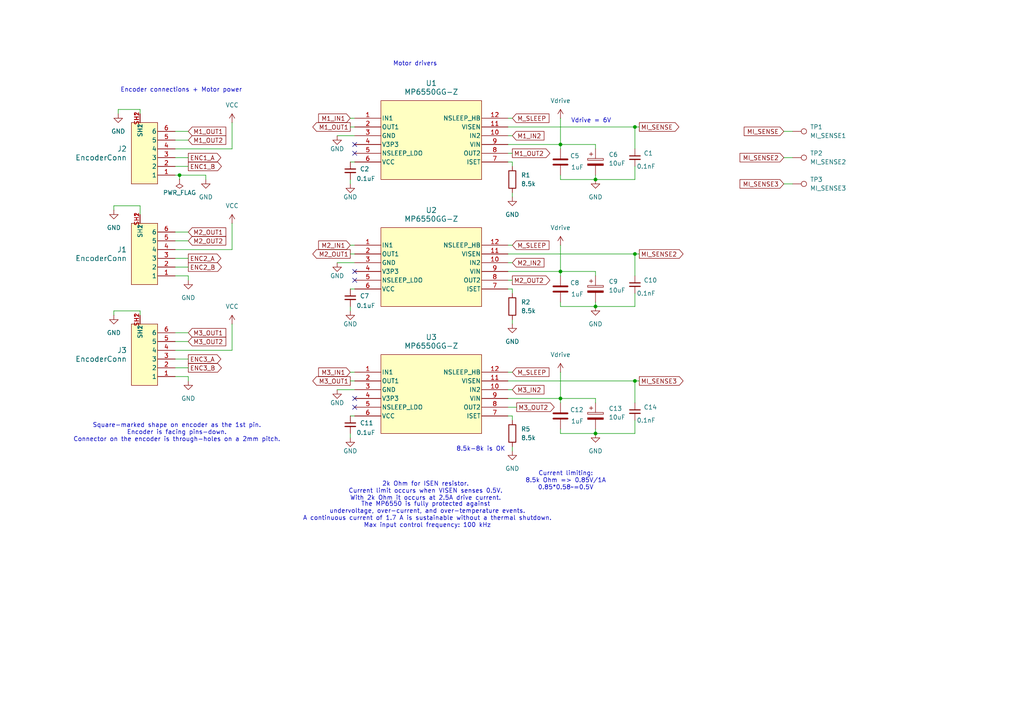
<source format=kicad_sch>
(kicad_sch (version 20231120) (generator "eeschema") (generator_version "8.0")
  (paper "A4")
  (lib_symbols
    (symbol "Connector:TestPoint" (pin_numbers hide) (pin_names (offset 0.762) hide)
      (property "Reference" "TP" (at 0 6.858 0))
      (property "Value" "TestPoint" (at 0 5.08 0))
      (symbol "TestPoint_0_1"
        (circle (center 0 3.302) (radius 0.762))
      )
      (symbol "TestPoint_1_1"
        (pin passive line (at 0 0 90) (length 2.54) (name "1") (number "1"))
      )
    )
    (symbol "Device:C" (pin_numbers hide) (pin_names (offset 0.254))
      (property "Reference" "C" (at 0.635 2.54 0))
      (property "Value" "C" (at 0.635 -2.54 0))
      (symbol "C_0_1"
        (polyline (pts (xy -2.032 -0.762) (xy 2.032 -0.762)) (stroke (width 0.508)))
        (polyline (pts (xy -2.032 0.762) (xy 2.032 0.762)) (stroke (width 0.508)))
      )
      (symbol "C_1_1"
        (pin passive line (at 0 3.81 270) (length 2.794) (name "~") (number "1"))
        (pin passive line (at 0 -3.81 90) (length 2.794) (name "~") (number "2"))
      )
    )
    (symbol "Device:C_Polarized" (pin_numbers hide) (pin_names (offset 0.254))
      (property "Reference" "C" (at 0.635 2.54 0))
      (property "Value" "C_Polarized" (at 0.635 -2.54 0))
      (symbol "C_Polarized_0_1"
        (rectangle (start -2.286 0.508) (end 2.286 1.016))
        (polyline (pts (xy -1.778 2.286) (xy -0.762 2.286)))
        (polyline (pts (xy -1.27 2.794) (xy -1.27 1.778)))
        (rectangle (start 2.286 -0.508) (end -2.286 -1.016) (fill (type outline)))
      )
      (symbol "C_Polarized_1_1"
        (pin passive line (at 0 3.81 270) (length 2.794) (name "~") (number "1"))
        (pin passive line (at 0 -3.81 90) (length 2.794) (name "~") (number "2"))
      )
    )
    (symbol "Device:C_Small" (pin_numbers hide) (pin_names (offset 0.254) hide)
      (property "Reference" "C" (at 0.254 1.778 0))
      (property "Value" "C_Small" (at 0.254 -2.032 0))
      (symbol "C_Small_0_1"
        (polyline (pts (xy -1.524 -0.508) (xy 1.524 -0.508)) (stroke (width 0.3302)))
        (polyline (pts (xy -1.524 0.508) (xy 1.524 0.508)) (stroke (width 0.3048)))
      )
      (symbol "C_Small_1_1"
        (pin passive line (at 0 2.54 270) (length 2.032) (name "~") (number "1"))
        (pin passive line (at 0 -2.54 90) (length 2.032) (name "~") (number "2"))
      )
    )
    (symbol "Device:R" (pin_numbers hide) (pin_names (offset 0))
      (property "Reference" "R" (at 2.032 0 90))
      (property "Value" "R" (at 0 0 90))
      (symbol "R_0_1"
        (rectangle (start -1.016 -2.54) (end 1.016 2.54) (stroke (width 0.254)))
      )
      (symbol "R_1_1"
        (pin passive line (at 0 3.81 270) (length 1.27) (name "~") (number "1"))
        (pin passive line (at 0 -3.81 90) (length 1.27) (name "~") (number "2"))
      )
    )
    (symbol "MP6550GG-Z_1" (pin_names (offset 0.254))
      (property "Reference" "U" (at 0.254 15.748 0))
      (property "Value" "MP6550GG-Z" (at 0.254 13.208 0))
      (symbol "MP6550GG-Z_1_0_1"
        (pin input line (at -22.86 6.35 0) (length 7.62) (name "IN1") (number "1"))
        (pin input line (at 21.59 1.27 180) (length 7.62) (name "IN2") (number "10"))
        (pin output line (at -22.86 3.81 0) (length 7.62) (name "OUT1") (number "2"))
        (pin output line (at 21.59 -3.81 180) (length 7.62) (name "OUT2") (number "8"))
      )
      (symbol "MP6550GG-Z_1_1_1"
        (rectangle (start -15.24 11.43) (end 13.97 -11.43) (fill (type background)))
        (pin passive line (at 21.59 3.81 180) (length 7.62) (name "VISEN") (number "11"))
        (pin passive line (at 21.59 6.35 180) (length 7.62) (name "NSLEEP_HB") (number "12"))
        (pin passive line (at -22.86 1.27 0) (length 7.62) (name "GND") (number "3"))
        (pin passive line (at -22.86 -1.27 0) (length 7.62) (name "V3P3") (number "4"))
        (pin passive line (at -22.86 -3.81 0) (length 7.62) (name "NSLEEP_LDO") (number "5"))
        (pin passive line (at -22.86 -6.35 0) (length 7.62) (name "VCC") (number "6"))
        (pin passive line (at 21.59 -6.35 180) (length 7.62) (name "ISET") (number "7"))
        (pin power_in line (at 21.59 -1.27 180) (length 7.62) (name "VIN") (number "9"))
      )
    )
    (symbol "MP6550GG-Z_2" (pin_names (offset 0.254))
      (property "Reference" "U" (at 0.254 15.748 0))
      (property "Value" "MP6550GG-Z" (at 0.254 13.208 0))
      (symbol "MP6550GG-Z_2_0_1"
        (pin input line (at -22.86 6.35 0) (length 7.62) (name "IN1") (number "1"))
        (pin input line (at 21.59 1.27 180) (length 7.62) (name "IN2") (number "10"))
        (pin output line (at -22.86 3.81 0) (length 7.62) (name "OUT1") (number "2"))
        (pin output line (at 21.59 -3.81 180) (length 7.62) (name "OUT2") (number "8"))
      )
      (symbol "MP6550GG-Z_2_1_1"
        (rectangle (start -15.24 11.43) (end 13.97 -11.43) (fill (type background)))
        (pin passive line (at 21.59 3.81 180) (length 7.62) (name "VISEN") (number "11"))
        (pin passive line (at 21.59 6.35 180) (length 7.62) (name "NSLEEP_HB") (number "12"))
        (pin passive line (at -22.86 1.27 0) (length 7.62) (name "GND") (number "3"))
        (pin passive line (at -22.86 -1.27 0) (length 7.62) (name "V3P3") (number "4"))
        (pin passive line (at -22.86 -3.81 0) (length 7.62) (name "NSLEEP_LDO") (number "5"))
        (pin passive line (at -22.86 -6.35 0) (length 7.62) (name "VCC") (number "6"))
        (pin passive line (at 21.59 -6.35 180) (length 7.62) (name "ISET") (number "7"))
        (pin power_in line (at 21.59 -1.27 180) (length 7.62) (name "VIN") (number "9"))
      )
    )
    (symbol "Mad_Bot:MP6550GG-Z" (pin_names (offset 0.254))
      (property "Reference" "U" (at 0.254 15.748 0))
      (property "Value" "MP6550GG-Z" (at 0.254 13.208 0))
      (symbol "MP6550GG-Z_0_1"
        (pin input line (at -22.86 6.35 0) (length 7.62) (name "IN1") (number "1"))
        (pin input line (at 21.59 1.27 180) (length 7.62) (name "IN2") (number "10"))
        (pin output line (at -22.86 3.81 0) (length 7.62) (name "OUT1") (number "2"))
        (pin output line (at 21.59 -3.81 180) (length 7.62) (name "OUT2") (number "8"))
      )
      (symbol "MP6550GG-Z_1_1"
        (rectangle (start -15.24 11.43) (end 13.97 -11.43) (fill (type background)))
        (pin passive line (at 21.59 3.81 180) (length 7.62) (name "VISEN") (number "11"))
        (pin passive line (at 21.59 6.35 180) (length 7.62) (name "NSLEEP_HB") (number "12"))
        (pin passive line (at -22.86 1.27 0) (length 7.62) (name "GND") (number "3"))
        (pin passive line (at -22.86 -1.27 0) (length 7.62) (name "V3P3") (number "4"))
        (pin passive line (at -22.86 -3.81 0) (length 7.62) (name "NSLEEP_LDO") (number "5"))
        (pin passive line (at -22.86 -6.35 0) (length 7.62) (name "VCC") (number "6"))
        (pin passive line (at 21.59 -6.35 180) (length 7.62) (name "ISET") (number "7"))
        (pin power_in line (at 21.59 -1.27 180) (length 7.62) (name "VIN") (number "9"))
      )
    )
    (symbol "S6B-XH-SM4-TBLFSN_1" (pin_names (offset 0.254))
      (property "Reference" "J" (at 0 12.7 0))
      (property "Value" "EncoderConn" (at -8.382 10.414 0))
      (symbol "S6B-XH-SM4-TBLFSN_1_1_1"
        (rectangle (start -3.81 8.89) (end 3.81 -8.89) (fill (type background)))
        (pin passive line (at -8.89 6.35 0) (length 5.08) (name "1") (number "1"))
        (pin passive line (at -8.89 3.81 0) (length 5.08) (name "2") (number "2"))
        (pin passive line (at -8.89 1.27 0) (length 5.08) (name "3") (number "3"))
        (pin passive line (at -8.89 -1.27 0) (length 5.08) (name "4") (number "4"))
        (pin passive line (at -8.89 -3.81 0) (length 5.08) (name "5") (number "5"))
        (pin passive line (at -8.89 -6.35 0) (length 5.08) (name "6") (number "6"))
        (pin passive line (at 1.27 -11.43 90) (length 2.54) (name "SH1") (number "SH1"))
        (pin passive line (at 1.27 -11.43 90) (length 2.54) (name "SH2") (number "SH2"))
      )
      (symbol "S6B-XH-SM4-TBLFSN_1_1_2"
        (polyline (pts (xy 5.08 -15.24) (xy 12.7 -15.24)) (stroke (width 0.127)))
        (polyline (pts (xy 5.08 2.54) (xy 5.08 -15.24)) (stroke (width 0.127)))
        (polyline (pts (xy 7.62 -12.7) (xy 5.08 -12.7)) (stroke (width 0.127)))
        (polyline (pts (xy 7.62 -12.7) (xy 8.89 -13.5467)) (stroke (width 0.127)))
        (polyline (pts (xy 7.62 -12.7) (xy 8.89 -11.8533)) (stroke (width 0.127)))
        (polyline (pts (xy 7.62 -10.16) (xy 5.08 -10.16)) (stroke (width 0.127)))
        (polyline (pts (xy 7.62 -10.16) (xy 8.89 -11.0067)) (stroke (width 0.127)))
        (polyline (pts (xy 7.62 -10.16) (xy 8.89 -9.3133)) (stroke (width 0.127)))
        (polyline (pts (xy 7.62 -7.62) (xy 5.08 -7.62)) (stroke (width 0.127)))
        (polyline (pts (xy 7.62 -7.62) (xy 8.89 -8.4667)) (stroke (width 0.127)))
        (polyline (pts (xy 7.62 -7.62) (xy 8.89 -6.7733)) (stroke (width 0.127)))
        (polyline (pts (xy 7.62 -5.08) (xy 5.08 -5.08)) (stroke (width 0.127)))
        (polyline (pts (xy 7.62 -5.08) (xy 8.89 -5.9267)) (stroke (width 0.127)))
        (polyline (pts (xy 7.62 -5.08) (xy 8.89 -4.2333)) (stroke (width 0.127)))
        (polyline (pts (xy 7.62 -2.54) (xy 5.08 -2.54)) (stroke (width 0.127)))
        (polyline (pts (xy 7.62 -2.54) (xy 8.89 -3.3867)) (stroke (width 0.127)))
        (polyline (pts (xy 7.62 -2.54) (xy 8.89 -1.6933)) (stroke (width 0.127)))
        (polyline (pts (xy 7.62 0) (xy 5.08 0)) (stroke (width 0.127)))
        (polyline (pts (xy 7.62 0) (xy 8.89 -0.8467)) (stroke (width 0.127)))
        (polyline (pts (xy 7.62 0) (xy 8.89 0.8467)) (stroke (width 0.127)))
        (polyline (pts (xy 12.7 -15.24) (xy 12.7 2.54)) (stroke (width 0.127)))
        (polyline (pts (xy 12.7 2.54) (xy 5.08 2.54)) (stroke (width 0.127)))
        (pin unspecified line (at 0 0 0) (length 5.08) (name "1") (number "1"))
        (pin unspecified line (at 0 -2.54 0) (length 5.08) (name "2") (number "2"))
        (pin unspecified line (at 0 -5.08 0) (length 5.08) (name "3") (number "3"))
        (pin unspecified line (at 0 -7.62 0) (length 5.08) (name "4") (number "4"))
        (pin unspecified line (at 0 -10.16 0) (length 5.08) (name "5") (number "5"))
        (pin unspecified line (at 0 -12.7 0) (length 5.08) (name "6") (number "6"))
      )
    )
    (symbol "power:GND" (power) (pin_numbers hide) (pin_names (offset 0) hide)
      (property "Value" "GND" (at 0 -3.81 0))
      (symbol "GND_0_1"
        (polyline (pts (xy 0 0) (xy 0 -1.27) (xy 1.27 -1.27) (xy 0 -2.54) (xy -1.27 -1.27) (xy 0 -1.27)))
      )
      (symbol "GND_1_1"
        (pin power_in line (at 0 0 270) (length 0) (name "~") (number "1"))
      )
    )
    (symbol "power:PWR_FLAG" (power) (pin_numbers hide) (pin_names (offset 0) hide)
      (property "Value" "PWR_FLAG" (at 0 3.81 0))
      (symbol "PWR_FLAG_0_0"
        (pin power_out line (at 0 0 90) (length 0) (name "~") (number "1"))
      )
      (symbol "PWR_FLAG_0_1"
        (polyline (pts (xy 0 0) (xy 0 1.27) (xy -1.016 1.905) (xy 0 2.54) (xy 1.016 1.905) (xy 0 1.27)))
      )
    )
    (symbol "power:VCC" (power) (pin_numbers hide) (pin_names (offset 0) hide)
      (property "Value" "VCC" (at 0 3.556 0))
      (symbol "VCC_0_1"
        (polyline (pts (xy -0.762 1.27) (xy 0 2.54)))
        (polyline (pts (xy 0 0) (xy 0 2.54)))
        (polyline (pts (xy 0 2.54) (xy 0.762 1.27)))
      )
      (symbol "VCC_1_1"
        (pin power_in line (at 0 0 90) (length 0) (name "~") (number "1"))
      )
    )
    (symbol "power:Vdrive" (power) (pin_numbers hide) (pin_names (offset 0) hide)
      (property "Value" "Vdrive" (at 0 3.556 0))
      (symbol "Vdrive_0_1"
        (polyline (pts (xy -0.762 1.27) (xy 0 2.54)))
        (polyline (pts (xy 0 0) (xy 0 2.54)))
        (polyline (pts (xy 0 2.54) (xy 0.762 1.27)))
      )
      (symbol "Vdrive_1_1"
        (pin power_in line (at 0 0 90) (length 0) (name "~") (number "1"))
      )
    )
  )
  (junction (at 172.72 52.07))
  (junction (at 172.72 125.73))
  (junction (at 172.72 88.9))
  (junction (at 184.15 110.49))
  (junction (at 184.15 36.83))
  (junction (at 52.07 50.8))
  (junction (at 162.56 78.74))
  (junction (at 162.56 115.57))
  (junction (at 162.56 41.91))
  (junction (at 184.15 73.66))
  (no_connect (at 102.87 81.28))
  (no_connect (at 102.87 41.91))
  (no_connect (at 102.87 118.11))
  (no_connect (at 102.87 115.57))
  (no_connect (at 102.87 78.74))
  (no_connect (at 102.87 44.45))
  (wire (pts (xy 40.64 33.02) (xy 40.64 31.75)))
  (wire (pts (xy 147.32 78.74) (xy 162.56 78.74)))
  (wire (pts (xy 50.8 96.52) (xy 54.61 96.52)))
  (wire (pts (xy 67.31 72.39) (xy 50.8 72.39)))
  (wire (pts (xy 147.32 120.65) (xy 148.59 120.65)))
  (wire (pts (xy 52.07 50.8) (xy 50.8 50.8)))
  (wire (pts (xy 50.8 67.31) (xy 54.61 67.31)))
  (wire (pts (xy 97.79 113.03) (xy 102.87 113.03)))
  (wire (pts (xy 101.6 34.29) (xy 102.87 34.29)))
  (wire (pts (xy 101.6 46.99) (xy 102.87 46.99)))
  (wire (pts (xy 147.32 81.28) (xy 148.59 81.28)))
  (wire (pts (xy 52.07 50.8) (xy 52.07 52.07)))
  (wire (pts (xy 50.8 77.47) (xy 54.61 77.47)))
  (wire (pts (xy 34.29 31.75) (xy 34.29 33.02)))
  (wire (pts (xy 97.79 76.2) (xy 102.87 76.2)))
  (wire (pts (xy 147.32 107.95) (xy 148.59 107.95)))
  (wire (pts (xy 172.72 88.9) (xy 184.15 88.9)))
  (wire (pts (xy 54.61 109.22) (xy 50.8 109.22)))
  (wire (pts (xy 147.32 118.11) (xy 149.86 118.11)))
  (wire (pts (xy 50.8 99.06) (xy 54.61 99.06)))
  (wire (pts (xy 148.59 129.54) (xy 148.59 130.81)))
  (wire (pts (xy 162.56 34.29) (xy 162.56 41.91)))
  (wire (pts (xy 50.8 40.64) (xy 54.61 40.64)))
  (wire (pts (xy 67.31 93.98) (xy 67.31 101.6)))
  (wire (pts (xy 162.56 124.46) (xy 162.56 125.73)))
  (wire (pts (xy 148.59 92.71) (xy 148.59 93.98)))
  (wire (pts (xy 147.32 83.82) (xy 148.59 83.82)))
  (wire (pts (xy 147.32 113.03) (xy 148.59 113.03)))
  (wire (pts (xy 54.61 81.28) (xy 54.61 80.01)))
  (wire (pts (xy 101.6 52.07) (xy 101.6 53.34)))
  (wire (pts (xy 147.32 110.49) (xy 184.15 110.49)))
  (wire (pts (xy 50.8 38.1) (xy 54.61 38.1)))
  (wire (pts (xy 147.32 39.37) (xy 148.59 39.37)))
  (wire (pts (xy 162.56 78.74) (xy 162.56 80.01)))
  (wire (pts (xy 172.72 116.84) (xy 172.72 115.57)))
  (wire (pts (xy 162.56 125.73) (xy 172.72 125.73)))
  (wire (pts (xy 162.56 115.57) (xy 162.56 116.84)))
  (wire (pts (xy 147.32 44.45) (xy 148.59 44.45)))
  (wire (pts (xy 162.56 78.74) (xy 172.72 78.74)))
  (wire (pts (xy 101.6 88.9) (xy 101.6 90.17)))
  (wire (pts (xy 172.72 87.63) (xy 172.72 88.9)))
  (wire (pts (xy 147.32 73.66) (xy 184.15 73.66)))
  (wire (pts (xy 172.72 125.73) (xy 184.15 125.73)))
  (wire (pts (xy 101.6 125.73) (xy 101.6 127)))
  (wire (pts (xy 54.61 110.49) (xy 54.61 109.22)))
  (wire (pts (xy 162.56 88.9) (xy 172.72 88.9)))
  (wire (pts (xy 162.56 50.8) (xy 162.56 52.07)))
  (wire (pts (xy 172.72 50.8) (xy 172.72 52.07)))
  (wire (pts (xy 50.8 106.68) (xy 54.61 106.68)))
  (wire (pts (xy 148.59 55.88) (xy 148.59 57.15)))
  (wire (pts (xy 162.56 115.57) (xy 172.72 115.57)))
  (wire (pts (xy 101.6 73.66) (xy 102.87 73.66)))
  (wire (pts (xy 147.32 71.12) (xy 148.59 71.12)))
  (wire (pts (xy 101.6 36.83) (xy 102.87 36.83)))
  (wire (pts (xy 172.72 80.01) (xy 172.72 78.74)))
  (wire (pts (xy 147.32 46.99) (xy 148.59 46.99)))
  (wire (pts (xy 148.59 46.99) (xy 148.59 48.26)))
  (wire (pts (xy 101.6 71.12) (xy 102.87 71.12)))
  (wire (pts (xy 184.15 110.49) (xy 185.42 110.49)))
  (wire (pts (xy 184.15 36.83) (xy 185.42 36.83)))
  (wire (pts (xy 50.8 45.72) (xy 54.61 45.72)))
  (wire (pts (xy 184.15 48.26) (xy 184.15 52.07)))
  (wire (pts (xy 227.33 53.34) (xy 229.87 53.34)))
  (wire (pts (xy 54.61 80.01) (xy 50.8 80.01)))
  (wire (pts (xy 184.15 85.09) (xy 184.15 88.9)))
  (wire (pts (xy 59.69 52.07) (xy 59.69 50.8)))
  (wire (pts (xy 227.33 38.1) (xy 229.87 38.1)))
  (wire (pts (xy 184.15 73.66) (xy 184.15 80.01)))
  (wire (pts (xy 147.32 41.91) (xy 162.56 41.91)))
  (wire (pts (xy 147.32 34.29) (xy 148.59 34.29)))
  (wire (pts (xy 162.56 41.91) (xy 162.56 43.18)))
  (wire (pts (xy 97.79 39.37) (xy 102.87 39.37)))
  (wire (pts (xy 162.56 71.12) (xy 162.56 78.74)))
  (wire (pts (xy 184.15 36.83) (xy 184.15 43.18)))
  (wire (pts (xy 50.8 48.26) (xy 54.61 48.26)))
  (wire (pts (xy 50.8 74.93) (xy 54.61 74.93)))
  (wire (pts (xy 147.32 115.57) (xy 162.56 115.57)))
  (wire (pts (xy 227.33 45.72) (xy 229.87 45.72)))
  (wire (pts (xy 148.59 83.82) (xy 148.59 85.09)))
  (wire (pts (xy 162.56 52.07) (xy 172.72 52.07)))
  (wire (pts (xy 40.64 59.69) (xy 33.02 59.69)))
  (wire (pts (xy 40.64 31.75) (xy 34.29 31.75)))
  (wire (pts (xy 162.56 41.91) (xy 172.72 41.91)))
  (wire (pts (xy 101.6 83.82) (xy 102.87 83.82)))
  (wire (pts (xy 50.8 69.85) (xy 54.61 69.85)))
  (wire (pts (xy 101.6 120.65) (xy 102.87 120.65)))
  (wire (pts (xy 184.15 121.92) (xy 184.15 125.73)))
  (wire (pts (xy 33.02 59.69) (xy 33.02 60.96)))
  (wire (pts (xy 67.31 43.18) (xy 50.8 43.18)))
  (wire (pts (xy 172.72 43.18) (xy 172.72 41.91)))
  (wire (pts (xy 172.72 124.46) (xy 172.72 125.73)))
  (wire (pts (xy 50.8 104.14) (xy 54.61 104.14)))
  (wire (pts (xy 40.64 62.23) (xy 40.64 59.69)))
  (wire (pts (xy 162.56 107.95) (xy 162.56 115.57)))
  (wire (pts (xy 101.6 107.95) (xy 102.87 107.95)))
  (wire (pts (xy 40.64 91.44) (xy 40.64 90.17)))
  (wire (pts (xy 184.15 110.49) (xy 184.15 116.84)))
  (wire (pts (xy 40.64 90.17) (xy 33.02 90.17)))
  (wire (pts (xy 67.31 64.77) (xy 67.31 72.39)))
  (wire (pts (xy 162.56 87.63) (xy 162.56 88.9)))
  (wire (pts (xy 101.6 110.49) (xy 102.87 110.49)))
  (wire (pts (xy 67.31 35.56) (xy 67.31 43.18)))
  (wire (pts (xy 147.32 76.2) (xy 148.59 76.2)))
  (wire (pts (xy 67.31 101.6) (xy 50.8 101.6)))
  (wire (pts (xy 33.02 90.17) (xy 33.02 91.44)))
  (wire (pts (xy 172.72 52.07) (xy 184.15 52.07)))
  (wire (pts (xy 184.15 73.66) (xy 185.42 73.66)))
  (wire (pts (xy 148.59 120.65) (xy 148.59 121.92)))
  (wire (pts (xy 147.32 36.83) (xy 184.15 36.83)))
  (wire (pts (xy 59.69 50.8) (xy 52.07 50.8)))
  (text "Square-marked shape on encoder as the 1st pin.\nEncoder is facing pins-down.\nConnector on the encoder is through-holes on a 2mm pitch." (at 51.308 125.476 0) (effects (font (size 1.27 1.27))))
  (text "Motor drivers" (at 120.396 18.542 0) (effects (font (size 1.27 1.27))))
  (text "8.5k-8k is OK" (at 139.446 130.302 0) (effects (font (size 1.27 1.27))))
  (text "Current limiting:\n8.5k Ohm => 0.85V/1A\n0.85*0.58~=0.5V" (at 164.084 139.446 0) (effects (font (size 1.27 1.27))))
  (text "Vdrive = 6V" (at 171.45 35.052 0) (effects (font (size 1.27 1.27))))
  (text "Encoder connections + Motor power" (at 52.578 26.162 0) (effects (font (size 1.27 1.27))))
  (text "The MP6550 is fully protected against \nundervoltage, over-current, and over-temperature events.\nA continuous current of 1.7 A is sustainable without a thermal shutdown.\nMax input control frequency: 100 kHz" (at 123.952 149.352 0) (effects (font (size 1.27 1.27))))
  (text "2k Ohm for ISEN resistor.\nCurrent limit occurs when VISEN senses 0.5V.\nWith 2k Ohm it occurs at 2.5A drive current." (at 123.444 142.494 0) (effects (font (size 1.27 1.27))))
  (global_label "M2_OUT2" (shape output) (at 148.59 81.28 0) (property "Intersheetrefs" "${INTERSHEET_REFS}" (effects (hide yes))))
  (global_label "M1_OUT1" (shape output) (at 101.6 36.83 180) (property "Intersheetrefs" "${INTERSHEET_REFS}" (effects (hide yes))))
  (global_label "M2_IN1" (shape input) (at 101.6 71.12 180) (property "Intersheetrefs" "${INTERSHEET_REFS}" (effects (hide yes))))
  (global_label "M_SLEEP" (shape input) (at 148.59 71.12 0) (property "Intersheetrefs" "${INTERSHEET_REFS}" (effects (hide yes))))
  (global_label "MI_SENSE3" (shape output) (at 185.42 110.49 0) (property "Intersheetrefs" "${INTERSHEET_REFS}" (effects (hide yes))))
  (global_label "MI_SENSE" (shape input) (at 227.33 38.1 180) (property "Intersheetrefs" "${INTERSHEET_REFS}" (effects (hide yes))))
  (global_label "M3_OUT1" (shape input) (at 54.61 96.52 0) (property "Intersheetrefs" "${INTERSHEET_REFS}" (effects (hide yes))))
  (global_label "ENC1_A" (shape output) (at 54.61 45.72 0) (property "Intersheetrefs" "${INTERSHEET_REFS}" (effects (hide yes))))
  (global_label "M1_OUT1" (shape input) (at 54.61 38.1 0) (property "Intersheetrefs" "${INTERSHEET_REFS}" (effects (hide yes))))
  (global_label "M2_IN2" (shape input) (at 148.59 76.2 0) (property "Intersheetrefs" "${INTERSHEET_REFS}" (effects (hide yes))))
  (global_label "MI_SENSE" (shape output) (at 185.42 36.83 0) (property "Intersheetrefs" "${INTERSHEET_REFS}" (effects (hide yes))))
  (global_label "M3_OUT1" (shape output) (at 101.6 110.49 180) (property "Intersheetrefs" "${INTERSHEET_REFS}" (effects (hide yes))))
  (global_label "ENC3_A" (shape output) (at 54.61 104.14 0) (property "Intersheetrefs" "${INTERSHEET_REFS}" (effects (hide yes))))
  (global_label "ENC2_B" (shape output) (at 54.61 77.47 0) (property "Intersheetrefs" "${INTERSHEET_REFS}" (effects (hide yes))))
  (global_label "ENC2_A" (shape output) (at 54.61 74.93 0) (property "Intersheetrefs" "${INTERSHEET_REFS}" (effects (hide yes))))
  (global_label "M3_IN1" (shape input) (at 101.6 107.95 180) (property "Intersheetrefs" "${INTERSHEET_REFS}" (effects (hide yes))))
  (global_label "M1_OUT2" (shape output) (at 148.59 44.45 0) (property "Intersheetrefs" "${INTERSHEET_REFS}" (effects (hide yes))))
  (global_label "M3_OUT2" (shape output) (at 149.86 118.11 0) (property "Intersheetrefs" "${INTERSHEET_REFS}" (effects (hide yes))))
  (global_label "M1_OUT2" (shape input) (at 54.61 40.64 0) (property "Intersheetrefs" "${INTERSHEET_REFS}" (effects (hide yes))))
  (global_label "M1_IN1" (shape input) (at 101.6 34.29 180) (property "Intersheetrefs" "${INTERSHEET_REFS}" (effects (hide yes))))
  (global_label "M2_OUT2" (shape input) (at 54.61 69.85 0) (property "Intersheetrefs" "${INTERSHEET_REFS}" (effects (hide yes))))
  (global_label "M_SLEEP" (shape input) (at 148.59 34.29 0) (property "Intersheetrefs" "${INTERSHEET_REFS}" (effects (hide yes))))
  (global_label "M3_OUT2" (shape input) (at 54.61 99.06 0) (property "Intersheetrefs" "${INTERSHEET_REFS}" (effects (hide yes))))
  (global_label "M3_IN2" (shape input) (at 148.59 113.03 0) (property "Intersheetrefs" "${INTERSHEET_REFS}" (effects (hide yes))))
  (global_label "MI_SENSE2" (shape output) (at 185.42 73.66 0) (property "Intersheetrefs" "${INTERSHEET_REFS}" (effects (hide yes))))
  (global_label "MI_SENSE3" (shape input) (at 227.33 53.34 180) (property "Intersheetrefs" "${INTERSHEET_REFS}" (effects (hide yes))))
  (global_label "ENC1_B" (shape output) (at 54.61 48.26 0) (property "Intersheetrefs" "${INTERSHEET_REFS}" (effects (hide yes))))
  (global_label "M2_OUT1" (shape input) (at 54.61 67.31 0) (property "Intersheetrefs" "${INTERSHEET_REFS}" (effects (hide yes))))
  (global_label "M1_IN2" (shape input) (at 148.59 39.37 0) (property "Intersheetrefs" "${INTERSHEET_REFS}" (effects (hide yes))))
  (global_label "M2_OUT1" (shape output) (at 101.6 73.66 180) (property "Intersheetrefs" "${INTERSHEET_REFS}" (effects (hide yes))))
  (global_label "MI_SENSE2" (shape input) (at 227.33 45.72 180) (property "Intersheetrefs" "${INTERSHEET_REFS}" (effects (hide yes))))
  (global_label "ENC3_B" (shape output) (at 54.61 106.68 0) (property "Intersheetrefs" "${INTERSHEET_REFS}" (effects (hide yes))))
  (global_label "M_SLEEP" (shape input) (at 148.59 107.95 0) (property "Intersheetrefs" "${INTERSHEET_REFS}" (effects (hide yes))))
  (symbol (lib_id "power:GND") (at 54.61 110.49 0) (unit 1)
    (property "Reference" "#PWR05" (effects (hide yes)))
    (property "Value" "GND" (at 54.61 115.57 0))
    (property "Description" "Power symbol creates a global label with name \"GND\" , ground" (effects (hide yes)))
  )
  (symbol (lib_name "S6B-XH-SM4-TBLFSN_1") (lib_id "Mad_Bot:S6B-XH-SM4-TBLFSN") (at 41.91 44.45 180) (unit 1)
    (property "Reference" "J2" (at 36.83 43.1799 0) (effects (font (size 1.524 1.524)) (justify left)))
    (property "Value" "EncoderConn" (at 36.83 45.7199 0) (effects (font (size 1.524 1.524)) (justify left)))
    (property "Footprint" "Mad_Bot:JST_S6B-ZR-SM4A-TF_1.5mm" (effects (hide yes)))
    (property "Datasheet" "S6B-XH-SM4-TBLFSN" (effects (hide yes)))
  )
  (symbol (lib_id "power:Vdrive") (at 162.56 34.29 0) (unit 1)
    (property "Reference" "#PWR014" (effects (hide yes)))
    (property "Value" "Vdrive" (at 162.56 29.21 0))
    (property "Description" "Power symbol creates a global label with name \"Vdrive\"" (effects (hide yes)))
  )
  (symbol (lib_name "MP6550GG-Z_1") (lib_id "Mad_Bot:MP6550GG-Z") (at 125.73 40.64 0) (unit 1)
    (property "Reference" "U1" (at 125.095 24.13 0) (effects (font (size 1.524 1.524))))
    (property "Value" "MP6550GG-Z" (at 125.095 26.67 0) (effects (font (size 1.524 1.524))))
    (property "Footprint" "Mad_Bot:IC12_MP6550_MNP" (effects (hide yes)))
    (property "Datasheet" "MP6550GG-Z" (effects (hide yes)))
  )
  (symbol (lib_id "Mad_Bot:MP6550GG-Z") (at 125.73 114.3 0) (unit 1)
    (property "Reference" "U3" (at 125.095 97.79 0) (effects (font (size 1.524 1.524))))
    (property "Value" "MP6550GG-Z" (at 125.095 100.33 0) (effects (font (size 1.524 1.524))))
    (property "Footprint" "Mad_Bot:IC12_MP6550_MNP" (effects (hide yes)))
    (property "Datasheet" "MP6550GG-Z" (effects (hide yes)))
  )
  (symbol (lib_id "Device:C_Small") (at 184.15 119.38 0) (unit 1)
    (property "Reference" "C14" (at 186.69 118.1162 0) (effects (justify left)))
    (property "Value" "0.1nF" (at 184.658 121.92 0) (effects (justify left)))
    (property "Footprint" "Capacitor_SMD:C_0402_1005Metric_Pad0.74x0.62mm_HandSolder" (effects (hide yes)))
    (property "Description" "Unpolarized capacitor, small symbol" (effects (hide yes)))
  )
  (symbol (lib_id "Device:C") (at 162.56 46.99 0) (unit 1)
    (property "Reference" "C5" (at 165.354 45.212 0) (effects (justify left)))
    (property "Value" "1uF" (at 165.608 48.514 0) (effects (justify left)))
    (property "Footprint" "Capacitor_Tantalum_SMD:CP_EIA-3216-18_Kemet-A_Pad1.58x1.35mm_HandSolder" (effects (hide yes)))
    (property "Description" "Unpolarized capacitor" (effects (hide yes)))
  )
  (symbol (lib_name "S6B-XH-SM4-TBLFSN_1") (lib_id "Mad_Bot:S6B-XH-SM4-TBLFSN") (at 41.91 102.87 180) (unit 1)
    (property "Reference" "J3" (at 36.83 101.5999 0) (effects (font (size 1.524 1.524)) (justify left)))
    (property "Value" "EncoderConn" (at 36.83 104.1399 0) (effects (font (size 1.524 1.524)) (justify left)))
    (property "Footprint" "Mad_Bot:JST_S6B-ZR-SM4A-TF_1.5mm" (effects (hide yes)))
    (property "Datasheet" "S6B-XH-SM4-TBLFSN" (effects (hide yes)))
  )
  (symbol (lib_id "Device:C") (at 162.56 83.82 0) (unit 1)
    (property "Reference" "C8" (at 165.354 82.042 0) (effects (justify left)))
    (property "Value" "1uF" (at 165.608 85.344 0) (effects (justify left)))
    (property "Footprint" "Capacitor_Tantalum_SMD:CP_EIA-3216-18_Kemet-A_Pad1.58x1.35mm_HandSolder" (effects (hide yes)))
    (property "Description" "Unpolarized capacitor" (effects (hide yes)))
  )
  (symbol (lib_id "Connector:TestPoint") (at 229.87 45.72 270) (unit 1)
    (property "Reference" "TP2" (at 234.95 44.4499 90) (effects (justify left)))
    (property "Value" "MI_SENSE2" (at 234.95 46.9899 90) (effects (justify left)))
    (property "Footprint" "TestPoint:TestPoint_Pad_1.5x1.5mm" (effects (hide yes)))
    (property "Description" "test point" (effects (hide yes)))
  )
  (symbol (lib_id "power:GND") (at 101.6 90.17 0) (unit 1)
    (property "Reference" "#PWR020" (effects (hide yes)))
    (property "Value" "GND" (at 101.6 93.98 0))
    (property "Description" "Power symbol creates a global label with name \"GND\" , ground" (effects (hide yes)))
  )
  (symbol (lib_id "Device:R") (at 148.59 88.9 0) (unit 1)
    (property "Reference" "R2" (at 151.13 87.6299 0) (effects (justify left)))
    (property "Value" "8.5k" (at 151.13 90.1699 0) (effects (justify left)))
    (property "Footprint" "Resistor_SMD:R_0603_1608Metric_Pad0.98x0.95mm_HandSolder" (effects (hide yes)))
    (property "Description" "Resistor" (effects (hide yes)))
  )
  (symbol (lib_id "power:GND") (at 148.59 130.81 0) (unit 1)
    (property "Reference" "#PWR027" (effects (hide yes)))
    (property "Value" "GND" (at 148.59 135.89 0))
    (property "Description" "Power symbol creates a global label with name \"GND\" , ground" (effects (hide yes)))
  )
  (symbol (lib_id "Device:C_Small") (at 101.6 49.53 0) (unit 1)
    (property "Reference" "C2" (at 104.394 49.022 0) (effects (justify left)))
    (property "Value" "0.1uF" (at 103.378 51.816 0) (effects (justify left)))
    (property "Footprint" "Capacitor_SMD:C_0603_1608Metric_Pad1.08x0.95mm_HandSolder" (effects (hide yes)))
    (property "Description" "Unpolarized capacitor, small symbol" (effects (hide yes)))
  )
  (symbol (lib_id "Device:C_Polarized") (at 172.72 120.65 0) (unit 1)
    (property "Reference" "C13" (at 176.53 118.4909 0) (effects (justify left)))
    (property "Value" "10uF" (at 176.53 121.0309 0) (effects (justify left)))
    (property "Footprint" "Capacitor_SMD:C_1206_3216Metric_Pad1.33x1.80mm_HandSolder" (effects (hide yes)))
    (property "Description" "Polarized capacitor" (effects (hide yes)))
  )
  (symbol (lib_id "Device:R") (at 148.59 125.73 0) (unit 1)
    (property "Reference" "R5" (at 151.13 124.4599 0) (effects (justify left)))
    (property "Value" "8.5k" (at 151.13 126.9999 0) (effects (justify left)))
    (property "Footprint" "Resistor_SMD:R_0603_1608Metric_Pad0.98x0.95mm_HandSolder" (effects (hide yes)))
    (property "Description" "Resistor" (effects (hide yes)))
  )
  (symbol (lib_id "power:GND") (at 172.72 125.73 0) (unit 1)
    (property "Reference" "#PWR030" (effects (hide yes)))
    (property "Value" "GND" (at 172.72 130.81 0))
    (property "Description" "Power symbol creates a global label with name \"GND\" , ground" (effects (hide yes)))
  )
  (symbol (lib_id "power:Vdrive") (at 162.56 71.12 0) (unit 1)
    (property "Reference" "#PWR022" (effects (hide yes)))
    (property "Value" "Vdrive" (at 162.56 66.04 0))
    (property "Description" "Power symbol creates a global label with name \"Vdrive\"" (effects (hide yes)))
  )
  (symbol (lib_name "S6B-XH-SM4-TBLFSN_1") (lib_id "Mad_Bot:S6B-XH-SM4-TBLFSN") (at 41.91 73.66 180) (unit 1)
    (property "Reference" "J1" (at 36.83 72.3899 0) (effects (font (size 1.524 1.524)) (justify left)))
    (property "Value" "EncoderConn" (at 36.83 74.9299 0) (effects (font (size 1.524 1.524)) (justify left)))
    (property "Footprint" "Mad_Bot:JST_S6B-ZR-SM4A-TF_1.5mm" (effects (hide yes)))
    (property "Datasheet" "S6B-XH-SM4-TBLFSN" (effects (hide yes)))
  )
  (symbol (lib_id "power:GND") (at 101.6 127 0) (unit 1)
    (property "Reference" "#PWR026" (effects (hide yes)))
    (property "Value" "GND" (at 101.6 130.81 0))
    (property "Description" "Power symbol creates a global label with name \"GND\" , ground" (effects (hide yes)))
  )
  (symbol (lib_id "power:Vdrive") (at 162.56 107.95 0) (unit 1)
    (property "Reference" "#PWR028" (effects (hide yes)))
    (property "Value" "Vdrive" (at 162.56 102.87 0))
    (property "Description" "Power symbol creates a global label with name \"Vdrive\"" (effects (hide yes)))
  )
  (symbol (lib_name "MP6550GG-Z_2") (lib_id "Mad_Bot:MP6550GG-Z") (at 125.73 77.47 0) (unit 1)
    (property "Reference" "U2" (at 125.095 60.96 0) (effects (font (size 1.524 1.524))))
    (property "Value" "MP6550GG-Z" (at 125.095 63.5 0) (effects (font (size 1.524 1.524))))
    (property "Footprint" "Mad_Bot:IC12_MP6550_MNP" (effects (hide yes)))
    (property "Datasheet" "MP6550GG-Z" (effects (hide yes)))
  )
  (symbol (lib_id "Device:C_Small") (at 184.15 82.55 0) (unit 1)
    (property "Reference" "C10" (at 186.69 81.2862 0) (effects (justify left)))
    (property "Value" "0.1nF" (at 184.658 85.09 0) (effects (justify left)))
    (property "Footprint" "Capacitor_SMD:C_0402_1005Metric_Pad0.74x0.62mm_HandSolder" (effects (hide yes)))
    (property "Description" "Unpolarized capacitor, small symbol" (effects (hide yes)))
  )
  (symbol (lib_id "power:GND") (at 97.79 113.03 0) (unit 1)
    (property "Reference" "#PWR025" (effects (hide yes)))
    (property "Value" "GND" (at 97.79 116.84 0))
    (property "Description" "Power symbol creates a global label with name \"GND\" , ground" (effects (hide yes)))
  )
  (symbol (lib_id "Device:C_Polarized") (at 172.72 46.99 0) (unit 1)
    (property "Reference" "C6" (at 176.53 44.8309 0) (effects (justify left)))
    (property "Value" "10uF" (at 176.53 47.3709 0) (effects (justify left)))
    (property "Footprint" "Capacitor_SMD:C_1206_3216Metric_Pad1.33x1.80mm_HandSolder" (effects (hide yes)))
    (property "Description" "Polarized capacitor" (effects (hide yes)))
  )
  (symbol (lib_id "power:GND") (at 172.72 88.9 0) (unit 1)
    (property "Reference" "#PWR024" (effects (hide yes)))
    (property "Value" "GND" (at 172.72 93.98 0))
    (property "Description" "Power symbol creates a global label with name \"GND\" , ground" (effects (hide yes)))
  )
  (symbol (lib_id "Connector:TestPoint") (at 229.87 53.34 270) (unit 1)
    (property "Reference" "TP3" (at 234.95 52.0699 90) (effects (justify left)))
    (property "Value" "MI_SENSE3" (at 234.95 54.6099 90) (effects (justify left)))
    (property "Footprint" "TestPoint:TestPoint_Pad_1.5x1.5mm" (effects (hide yes)))
    (property "Description" "test point" (effects (hide yes)))
  )
  (symbol (lib_id "power:GND") (at 148.59 57.15 0) (unit 1)
    (property "Reference" "#PWR015" (effects (hide yes)))
    (property "Value" "GND" (at 148.59 62.23 0))
    (property "Description" "Power symbol creates a global label with name \"GND\" , ground" (effects (hide yes)))
  )
  (symbol (lib_id "Connector:TestPoint") (at 229.87 38.1 270) (unit 1)
    (property "Reference" "TP1" (at 234.95 36.8299 90) (effects (justify left)))
    (property "Value" "MI_SENSE1" (at 234.95 39.3699 90) (effects (justify left)))
    (property "Footprint" "TestPoint:TestPoint_Pad_1.5x1.5mm" (effects (hide yes)))
    (property "Description" "test point" (effects (hide yes)))
  )
  (symbol (lib_id "power:VCC") (at 67.31 93.98 0) (unit 1)
    (property "Reference" "#PWR011" (effects (hide yes)))
    (property "Value" "VCC" (at 67.31 88.9 0))
    (property "Description" "Power symbol creates a global label with name \"VCC\"" (effects (hide yes)))
  )
  (symbol (lib_id "Device:C") (at 162.56 120.65 0) (unit 1)
    (property "Reference" "C12" (at 165.354 118.872 0) (effects (justify left)))
    (property "Value" "1uF" (at 165.608 122.174 0) (effects (justify left)))
    (property "Footprint" "Capacitor_Tantalum_SMD:CP_EIA-3216-18_Kemet-A_Pad1.58x1.35mm_HandSolder" (effects (hide yes)))
    (property "Description" "Unpolarized capacitor" (effects (hide yes)))
  )
  (symbol (lib_id "power:GND") (at 97.79 39.37 0) (unit 1)
    (property "Reference" "#PWR017" (effects (hide yes)))
    (property "Value" "GND" (at 97.79 43.18 0))
    (property "Description" "Power symbol creates a global label with name \"GND\" , ground" (effects (hide yes)))
  )
  (symbol (lib_id "power:GND") (at 54.61 81.28 0) (unit 1)
    (property "Reference" "#PWR03" (effects (hide yes)))
    (property "Value" "GND" (at 54.61 86.36 0))
    (property "Description" "Power symbol creates a global label with name \"GND\" , ground" (effects (hide yes)))
  )
  (symbol (lib_id "Device:C_Small") (at 101.6 123.19 0) (unit 1)
    (property "Reference" "C11" (at 104.394 122.682 0) (effects (justify left)))
    (property "Value" "0.1uF" (at 103.378 125.476 0) (effects (justify left)))
    (property "Footprint" "Capacitor_SMD:C_0603_1608Metric_Pad1.08x0.95mm_HandSolder" (effects (hide yes)))
    (property "Description" "Unpolarized capacitor, small symbol" (effects (hide yes)))
  )
  (symbol (lib_id "power:GND") (at 33.02 60.96 0) (unit 1)
    (property "Reference" "#PWR039" (effects (hide yes)))
    (property "Value" "GND" (at 33.02 66.04 0))
    (property "Description" "Power symbol creates a global label with name \"GND\" , ground" (effects (hide yes)))
  )
  (symbol (lib_id "power:VCC") (at 67.31 64.77 0) (unit 1)
    (property "Reference" "#PWR04" (effects (hide yes)))
    (property "Value" "VCC" (at 67.31 59.69 0))
    (property "Description" "Power symbol creates a global label with name \"VCC\"" (effects (hide yes)))
  )
  (symbol (lib_id "power:GND") (at 97.79 76.2 0) (unit 1)
    (property "Reference" "#PWR019" (effects (hide yes)))
    (property "Value" "GND" (at 97.79 80.01 0))
    (property "Description" "Power symbol creates a global label with name \"GND\" , ground" (effects (hide yes)))
  )
  (symbol (lib_id "power:VCC") (at 67.31 35.56 0) (unit 1)
    (property "Reference" "#PWR02" (effects (hide yes)))
    (property "Value" "VCC" (at 67.31 30.48 0))
    (property "Description" "Power symbol creates a global label with name \"VCC\"" (effects (hide yes)))
  )
  (symbol (lib_id "power:PWR_FLAG") (at 52.07 52.07 180) (unit 1)
    (property "Reference" "#FLG05" (effects (hide yes)))
    (property "Value" "PWR_FLAG" (at 52.07 55.88 0))
    (property "Description" "Special symbol for telling ERC where power comes from" (effects (hide yes)))
  )
  (symbol (lib_id "power:GND") (at 101.6 53.34 0) (unit 1)
    (property "Reference" "#PWR018" (effects (hide yes)))
    (property "Value" "GND" (at 101.6 57.15 0))
    (property "Description" "Power symbol creates a global label with name \"GND\" , ground" (effects (hide yes)))
  )
  (symbol (lib_id "power:GND") (at 59.69 52.07 0) (unit 1)
    (property "Reference" "#PWR01" (effects (hide yes)))
    (property "Value" "GND" (at 59.69 57.15 0))
    (property "Description" "Power symbol creates a global label with name \"GND\" , ground" (effects (hide yes)))
  )
  (symbol (lib_id "Device:R") (at 148.59 52.07 0) (unit 1)
    (property "Reference" "R1" (at 151.13 50.7999 0) (effects (justify left)))
    (property "Value" "8.5k" (at 151.13 53.3399 0) (effects (justify left)))
    (property "Footprint" "Resistor_SMD:R_0603_1608Metric_Pad0.98x0.95mm_HandSolder" (effects (hide yes)))
    (property "Description" "Resistor" (effects (hide yes)))
  )
  (symbol (lib_id "power:GND") (at 34.29 33.02 0) (unit 1)
    (property "Reference" "#PWR038" (effects (hide yes)))
    (property "Value" "GND" (at 34.29 38.1 0))
    (property "Description" "Power symbol creates a global label with name \"GND\" , ground" (effects (hide yes)))
  )
  (symbol (lib_id "Device:C_Polarized") (at 172.72 83.82 0) (unit 1)
    (property "Reference" "C9" (at 176.53 81.6609 0) (effects (justify left)))
    (property "Value" "10uF" (at 176.53 84.2009 0) (effects (justify left)))
    (property "Footprint" "Capacitor_SMD:C_1206_3216Metric_Pad1.33x1.80mm_HandSolder" (effects (hide yes)))
    (property "Description" "Polarized capacitor" (effects (hide yes)))
  )
  (symbol (lib_id "Device:C_Small") (at 101.6 86.36 0) (unit 1)
    (property "Reference" "C7" (at 104.394 85.852 0) (effects (justify left)))
    (property "Value" "0.1uF" (at 103.378 88.646 0) (effects (justify left)))
    (property "Footprint" "Capacitor_SMD:C_0603_1608Metric_Pad1.08x0.95mm_HandSolder" (effects (hide yes)))
    (property "Description" "Unpolarized capacitor, small symbol" (effects (hide yes)))
  )
  (symbol (lib_id "power:GND") (at 148.59 93.98 0) (unit 1)
    (property "Reference" "#PWR021" (effects (hide yes)))
    (property "Value" "GND" (at 148.59 99.06 0))
    (property "Description" "Power symbol creates a global label with name \"GND\" , ground" (effects (hide yes)))
  )
  (symbol (lib_id "Device:C_Small") (at 184.15 45.72 0) (unit 1)
    (property "Reference" "C1" (at 186.69 44.4562 0) (effects (justify left)))
    (property "Value" "0.1nF" (at 184.658 48.26 0) (effects (justify left)))
    (property "Footprint" "Capacitor_SMD:C_0402_1005Metric_Pad0.74x0.62mm_HandSolder" (effects (hide yes)))
    (property "Description" "Unpolarized capacitor, small symbol" (effects (hide yes)))
  )
  (symbol (lib_id "power:GND") (at 172.72 52.07 0) (unit 1)
    (property "Reference" "#PWR012" (effects (hide yes)))
    (property "Value" "GND" (at 172.72 57.15 0))
    (property "Description" "Power symbol creates a global label with name \"GND\" , ground" (effects (hide yes)))
  )
  (symbol (lib_id "power:GND") (at 33.02 91.44 0) (unit 1)
    (property "Reference" "#PWR058" (effects (hide yes)))
    (property "Value" "GND" (at 33.02 96.52 0))
    (property "Description" "Power symbol creates a global label with name \"GND\" , ground" (effects (hide yes)))
  )
)
</source>
